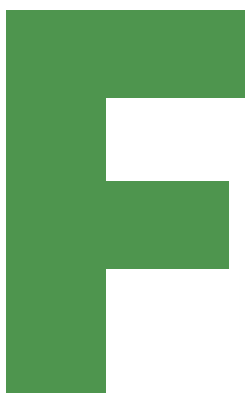
<source format=gto>
G04 #@! TF.FileFunction,Legend,Top*
%FSLAX46Y46*%
G04 Gerber Fmt 4.6, Leading zero omitted, Abs format (unit mm)*
G04 Created by KiCad (PCBNEW 4.0.0-rc2-stable) date 3/3/2016 3:43:48 PM*
%MOMM*%
G01*
G04 APERTURE LIST*
%ADD10C,0.150000*%
%ADD11C,0.025400*%
G04 APERTURE END LIST*
D10*
D11*
G36*
X71518240Y-26122104D02*
X59764736Y-26122104D01*
X59759795Y-26123105D01*
X59755740Y-26125839D01*
X59754592Y-26126991D01*
X59751813Y-26131198D01*
X59750888Y-26135956D01*
X59750888Y-33225304D01*
X59751889Y-33230245D01*
X59754592Y-33234269D01*
X59755740Y-33235421D01*
X59759937Y-33238214D01*
X59764736Y-33239156D01*
X70174540Y-33239156D01*
X70174540Y-40624805D01*
X59764736Y-40624805D01*
X59759795Y-40625806D01*
X59755740Y-40628540D01*
X59754592Y-40629692D01*
X59751813Y-40633899D01*
X59750888Y-40638657D01*
X59750888Y-51140860D01*
X51347690Y-51140860D01*
X51347690Y-18737554D01*
X71518240Y-18737554D01*
X71518240Y-26122104D01*
X71518240Y-26122104D01*
G37*
X71518240Y-26122104D02*
X59764736Y-26122104D01*
X59759795Y-26123105D01*
X59755740Y-26125839D01*
X59754592Y-26126991D01*
X59751813Y-26131198D01*
X59750888Y-26135956D01*
X59750888Y-33225304D01*
X59751889Y-33230245D01*
X59754592Y-33234269D01*
X59755740Y-33235421D01*
X59759937Y-33238214D01*
X59764736Y-33239156D01*
X70174540Y-33239156D01*
X70174540Y-40624805D01*
X59764736Y-40624805D01*
X59759795Y-40625806D01*
X59755740Y-40628540D01*
X59754592Y-40629692D01*
X59751813Y-40633899D01*
X59750888Y-40638657D01*
X59750888Y-51140860D01*
X51347690Y-51140860D01*
X51347690Y-18737554D01*
X71518240Y-18737554D01*
X71518240Y-26122104D01*
M02*

</source>
